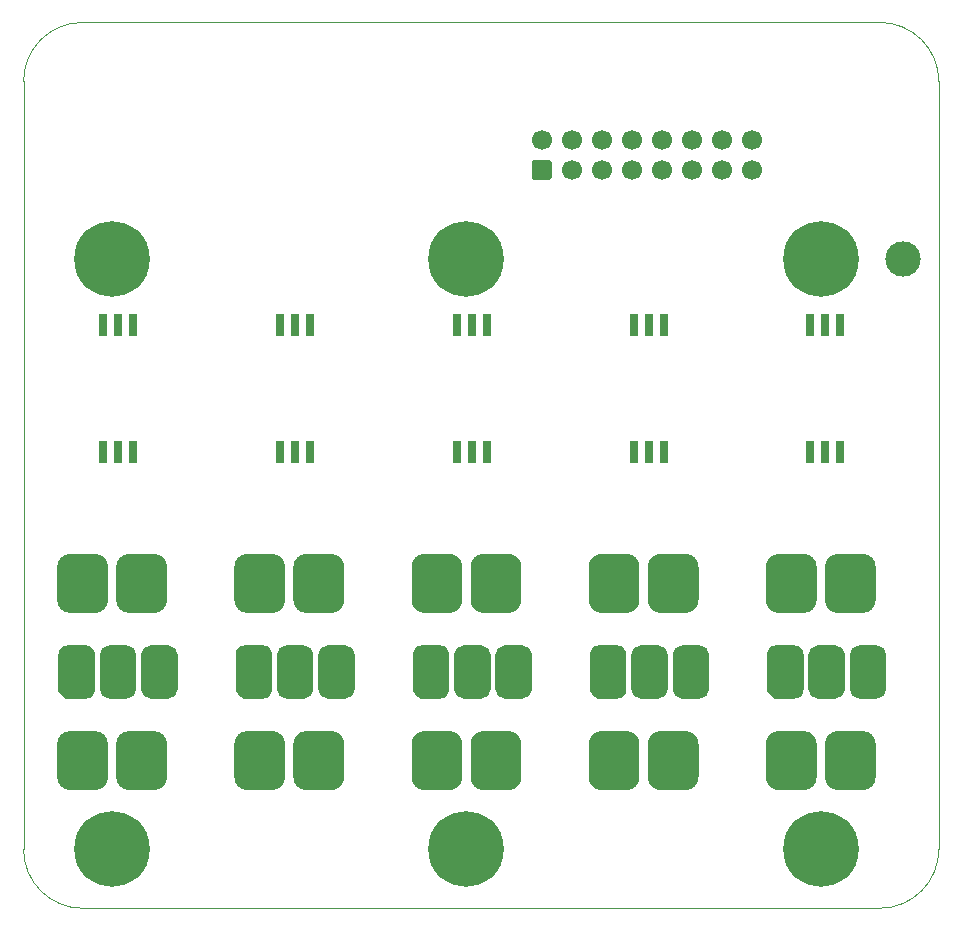
<source format=gbr>
G04 #@! TF.GenerationSoftware,KiCad,Pcbnew,6.0.10+dfsg-1~bpo11+1*
G04 #@! TF.ProjectId,pwr,7077722e-6b69-4636-9164-5f7063625858,rev?*
G04 #@! TF.SameCoordinates,Original*
G04 #@! TF.FileFunction,Soldermask,Bot*
G04 #@! TF.FilePolarity,Negative*
%FSLAX46Y46*%
G04 Gerber Fmt 4.6, Leading zero omitted, Abs format (unit mm)*
%MOMM*%
%LPD*%
G01*
G04 APERTURE LIST*
G04 #@! TA.AperFunction,Profile*
%ADD10C,0.100000*%
G04 #@! TD*
%ADD11C,0.800000*%
%ADD12C,6.400000*%
%ADD13C,0.700000*%
%ADD14C,3.000000*%
%ADD15C,1.700000*%
%ADD16R,0.640000X1.900000*%
G04 APERTURE END LIST*
D10*
X184000000Y-130000000D02*
G75*
G03*
X189000000Y-125000000I0J5000000D01*
G01*
X111500000Y-125000000D02*
G75*
G03*
X116500000Y-130000000I5000000J0D01*
G01*
X116500000Y-55000000D02*
X184000000Y-55000000D01*
X111500000Y-125000000D02*
X111500000Y-60000000D01*
X189000000Y-60000000D02*
G75*
G03*
X184000000Y-55000000I-5000000J0D01*
G01*
X184000000Y-130000000D02*
X116500000Y-130000000D01*
X116500000Y-55000000D02*
G75*
G03*
X111500000Y-60000000I0J-5000000D01*
G01*
X189000000Y-60000000D02*
X189000000Y-125000000D01*
D11*
X179000000Y-122600000D03*
X180697056Y-123302944D03*
X177302944Y-123302944D03*
X179000000Y-127400000D03*
D12*
X179000000Y-125000000D03*
D11*
X176600000Y-125000000D03*
X180697056Y-126697056D03*
X181400000Y-125000000D03*
X177302944Y-126697056D03*
D13*
X132000000Y-111750000D03*
G36*
X132550000Y-111475000D02*
G01*
X132533898Y-111632160D01*
X132477389Y-111802529D01*
X132383202Y-111955329D01*
X132256390Y-112082362D01*
X132103755Y-112176816D01*
X131933484Y-112233622D01*
X131775000Y-112250000D01*
X130070000Y-112250000D01*
X129450000Y-111630000D01*
X129450000Y-108525000D01*
X129466102Y-108367840D01*
X129522611Y-108197471D01*
X129616798Y-108044671D01*
X129743610Y-107917638D01*
X129896245Y-107823184D01*
X130066516Y-107766378D01*
X130225000Y-107750000D01*
X131775000Y-107750000D01*
X131932160Y-107766102D01*
X132102529Y-107822611D01*
X132255329Y-107916798D01*
X132382362Y-108043610D01*
X132476816Y-108196245D01*
X132533622Y-108366516D01*
X132550000Y-108525000D01*
X132550000Y-111475000D01*
G37*
X132000000Y-108250000D03*
X130000000Y-108250000D03*
X130000000Y-111750000D03*
X133500000Y-111750000D03*
X135500000Y-111750000D03*
G36*
G01*
X136050000Y-108525000D02*
X136050000Y-111475000D01*
G75*
G02*
X135275000Y-112250000I-775000J0D01*
G01*
X133725000Y-112250000D01*
G75*
G02*
X132950000Y-111475000I0J775000D01*
G01*
X132950000Y-108525000D01*
G75*
G02*
X133725000Y-107750000I775000J0D01*
G01*
X135275000Y-107750000D01*
G75*
G02*
X136050000Y-108525000I0J-775000D01*
G01*
G37*
X133500000Y-108250000D03*
X135500000Y-108250000D03*
X139016000Y-108250000D03*
X136984000Y-108250000D03*
X139000000Y-111750000D03*
X136984000Y-111750000D03*
G36*
G01*
X139550000Y-108525000D02*
X139550000Y-111475000D01*
G75*
G02*
X138775000Y-112250000I-775000J0D01*
G01*
X137225000Y-112250000D01*
G75*
G02*
X136450000Y-111475000I0J775000D01*
G01*
X136450000Y-108525000D01*
G75*
G02*
X137225000Y-107750000I775000J0D01*
G01*
X138775000Y-107750000D01*
G75*
G02*
X139550000Y-108525000I0J-775000D01*
G01*
G37*
X177000000Y-108250000D03*
X177000000Y-111750000D03*
X175000000Y-111750000D03*
X175000000Y-108250000D03*
G36*
X177550000Y-111475000D02*
G01*
X177533898Y-111632160D01*
X177477389Y-111802529D01*
X177383202Y-111955329D01*
X177256390Y-112082362D01*
X177103755Y-112176816D01*
X176933484Y-112233622D01*
X176775000Y-112250000D01*
X175070000Y-112250000D01*
X174450000Y-111630000D01*
X174450000Y-108525000D01*
X174466102Y-108367840D01*
X174522611Y-108197471D01*
X174616798Y-108044671D01*
X174743610Y-107917638D01*
X174896245Y-107823184D01*
X175066516Y-107766378D01*
X175225000Y-107750000D01*
X176775000Y-107750000D01*
X176932160Y-107766102D01*
X177102529Y-107822611D01*
X177255329Y-107916798D01*
X177382362Y-108043610D01*
X177476816Y-108196245D01*
X177533622Y-108366516D01*
X177550000Y-108525000D01*
X177550000Y-111475000D01*
G37*
G36*
G01*
X181050000Y-108525000D02*
X181050000Y-111475000D01*
G75*
G02*
X180275000Y-112250000I-775000J0D01*
G01*
X178725000Y-112250000D01*
G75*
G02*
X177950000Y-111475000I0J775000D01*
G01*
X177950000Y-108525000D01*
G75*
G02*
X178725000Y-107750000I775000J0D01*
G01*
X180275000Y-107750000D01*
G75*
G02*
X181050000Y-108525000I0J-775000D01*
G01*
G37*
X178500000Y-111750000D03*
X180500000Y-111750000D03*
X180500000Y-108250000D03*
X178500000Y-108250000D03*
G36*
G01*
X184550000Y-108525000D02*
X184550000Y-111475000D01*
G75*
G02*
X183775000Y-112250000I-775000J0D01*
G01*
X182225000Y-112250000D01*
G75*
G02*
X181450000Y-111475000I0J775000D01*
G01*
X181450000Y-108525000D01*
G75*
G02*
X182225000Y-107750000I775000J0D01*
G01*
X183775000Y-107750000D01*
G75*
G02*
X184550000Y-108525000I0J-775000D01*
G01*
G37*
X181984000Y-111750000D03*
X184000000Y-111750000D03*
X181984000Y-108250000D03*
X184016000Y-108250000D03*
G36*
X117550000Y-111475000D02*
G01*
X117533898Y-111632160D01*
X117477389Y-111802529D01*
X117383202Y-111955329D01*
X117256390Y-112082362D01*
X117103755Y-112176816D01*
X116933484Y-112233622D01*
X116775000Y-112250000D01*
X115070000Y-112250000D01*
X114450000Y-111630000D01*
X114450000Y-108525000D01*
X114466102Y-108367840D01*
X114522611Y-108197471D01*
X114616798Y-108044671D01*
X114743610Y-107917638D01*
X114896245Y-107823184D01*
X115066516Y-107766378D01*
X115225000Y-107750000D01*
X116775000Y-107750000D01*
X116932160Y-107766102D01*
X117102529Y-107822611D01*
X117255329Y-107916798D01*
X117382362Y-108043610D01*
X117476816Y-108196245D01*
X117533622Y-108366516D01*
X117550000Y-108525000D01*
X117550000Y-111475000D01*
G37*
X117000000Y-108250000D03*
X117000000Y-111750000D03*
X115000000Y-108250000D03*
X115000000Y-111750000D03*
G36*
G01*
X121050000Y-108525000D02*
X121050000Y-111475000D01*
G75*
G02*
X120275000Y-112250000I-775000J0D01*
G01*
X118725000Y-112250000D01*
G75*
G02*
X117950000Y-111475000I0J775000D01*
G01*
X117950000Y-108525000D01*
G75*
G02*
X118725000Y-107750000I775000J0D01*
G01*
X120275000Y-107750000D01*
G75*
G02*
X121050000Y-108525000I0J-775000D01*
G01*
G37*
X118500000Y-108250000D03*
X120500000Y-111750000D03*
X118500000Y-111750000D03*
X120500000Y-108250000D03*
G36*
G01*
X124550000Y-108525000D02*
X124550000Y-111475000D01*
G75*
G02*
X123775000Y-112250000I-775000J0D01*
G01*
X122225000Y-112250000D01*
G75*
G02*
X121450000Y-111475000I0J775000D01*
G01*
X121450000Y-108525000D01*
G75*
G02*
X122225000Y-107750000I775000J0D01*
G01*
X123775000Y-107750000D01*
G75*
G02*
X124550000Y-108525000I0J-775000D01*
G01*
G37*
X124000000Y-111750000D03*
X124016000Y-108250000D03*
X121984000Y-111750000D03*
X121984000Y-108250000D03*
D11*
X119000000Y-77400000D03*
X121400000Y-75000000D03*
X120697056Y-76697056D03*
X116600000Y-75000000D03*
X119000000Y-72600000D03*
X120697056Y-73302944D03*
D12*
X119000000Y-75000000D03*
D11*
X117302944Y-73302944D03*
X117302944Y-76697056D03*
D13*
X145000000Y-111750000D03*
X147000000Y-108250000D03*
G36*
X147550000Y-111475000D02*
G01*
X147533898Y-111632160D01*
X147477389Y-111802529D01*
X147383202Y-111955329D01*
X147256390Y-112082362D01*
X147103755Y-112176816D01*
X146933484Y-112233622D01*
X146775000Y-112250000D01*
X145070000Y-112250000D01*
X144450000Y-111630000D01*
X144450000Y-108525000D01*
X144466102Y-108367840D01*
X144522611Y-108197471D01*
X144616798Y-108044671D01*
X144743610Y-107917638D01*
X144896245Y-107823184D01*
X145066516Y-107766378D01*
X145225000Y-107750000D01*
X146775000Y-107750000D01*
X146932160Y-107766102D01*
X147102529Y-107822611D01*
X147255329Y-107916798D01*
X147382362Y-108043610D01*
X147476816Y-108196245D01*
X147533622Y-108366516D01*
X147550000Y-108525000D01*
X147550000Y-111475000D01*
G37*
X147000000Y-111750000D03*
X145000000Y-108250000D03*
X148500000Y-108250000D03*
X148500000Y-111750000D03*
X150500000Y-108250000D03*
G36*
G01*
X151050000Y-108525000D02*
X151050000Y-111475000D01*
G75*
G02*
X150275000Y-112250000I-775000J0D01*
G01*
X148725000Y-112250000D01*
G75*
G02*
X147950000Y-111475000I0J775000D01*
G01*
X147950000Y-108525000D01*
G75*
G02*
X148725000Y-107750000I775000J0D01*
G01*
X150275000Y-107750000D01*
G75*
G02*
X151050000Y-108525000I0J-775000D01*
G01*
G37*
X150500000Y-111750000D03*
X154000000Y-111750000D03*
X154016000Y-108250000D03*
X151984000Y-111750000D03*
G36*
G01*
X154550000Y-108525000D02*
X154550000Y-111475000D01*
G75*
G02*
X153775000Y-112250000I-775000J0D01*
G01*
X152225000Y-112250000D01*
G75*
G02*
X151450000Y-111475000I0J775000D01*
G01*
X151450000Y-108525000D01*
G75*
G02*
X152225000Y-107750000I775000J0D01*
G01*
X153775000Y-107750000D01*
G75*
G02*
X154550000Y-108525000I0J-775000D01*
G01*
G37*
X151984000Y-108250000D03*
D14*
X186000000Y-75000000D03*
D11*
X120697056Y-123302944D03*
D12*
X119000000Y-125000000D03*
D11*
X117302944Y-126697056D03*
X119000000Y-127400000D03*
X121400000Y-125000000D03*
X116600000Y-125000000D03*
X119000000Y-122600000D03*
X120697056Y-126697056D03*
X117302944Y-123302944D03*
X181400000Y-75000000D03*
X180697056Y-73302944D03*
D12*
X179000000Y-75000000D03*
D11*
X180697056Y-76697056D03*
X179000000Y-72600000D03*
X176600000Y-75000000D03*
X177302944Y-76697056D03*
X177302944Y-73302944D03*
X179000000Y-77400000D03*
G36*
G01*
X155980000Y-68350000D02*
X154780000Y-68350000D01*
G75*
G02*
X154530000Y-68100000I0J250000D01*
G01*
X154530000Y-66900000D01*
G75*
G02*
X154780000Y-66650000I250000J0D01*
G01*
X155980000Y-66650000D01*
G75*
G02*
X156230000Y-66900000I0J-250000D01*
G01*
X156230000Y-68100000D01*
G75*
G02*
X155980000Y-68350000I-250000J0D01*
G01*
G37*
D15*
X155380000Y-64960000D03*
X157920000Y-67500000D03*
X157920000Y-64960000D03*
X160460000Y-67500000D03*
X160460000Y-64960000D03*
X163000000Y-67500000D03*
X163000000Y-64960000D03*
X165540000Y-67500000D03*
X165540000Y-64960000D03*
X168080000Y-67500000D03*
X168080000Y-64960000D03*
X170620000Y-67500000D03*
X170620000Y-64960000D03*
X173160000Y-67500000D03*
X173160000Y-64960000D03*
D11*
X146600000Y-125000000D03*
D12*
X149000000Y-125000000D03*
D11*
X149000000Y-122600000D03*
X150697056Y-126697056D03*
X150697056Y-123302944D03*
X147302944Y-123302944D03*
X151400000Y-125000000D03*
X147302944Y-126697056D03*
X149000000Y-127400000D03*
X146600000Y-75000000D03*
X151400000Y-75000000D03*
X147302944Y-76697056D03*
D12*
X149000000Y-75000000D03*
D11*
X150697056Y-73302944D03*
X147302944Y-73302944D03*
X149000000Y-77400000D03*
X149000000Y-72600000D03*
X150697056Y-76697056D03*
D13*
X160000000Y-108250000D03*
G36*
X162550000Y-111475000D02*
G01*
X162533898Y-111632160D01*
X162477389Y-111802529D01*
X162383202Y-111955329D01*
X162256390Y-112082362D01*
X162103755Y-112176816D01*
X161933484Y-112233622D01*
X161775000Y-112250000D01*
X160070000Y-112250000D01*
X159450000Y-111630000D01*
X159450000Y-108525000D01*
X159466102Y-108367840D01*
X159522611Y-108197471D01*
X159616798Y-108044671D01*
X159743610Y-107917638D01*
X159896245Y-107823184D01*
X160066516Y-107766378D01*
X160225000Y-107750000D01*
X161775000Y-107750000D01*
X161932160Y-107766102D01*
X162102529Y-107822611D01*
X162255329Y-107916798D01*
X162382362Y-108043610D01*
X162476816Y-108196245D01*
X162533622Y-108366516D01*
X162550000Y-108525000D01*
X162550000Y-111475000D01*
G37*
X160000000Y-111750000D03*
X162000000Y-108250000D03*
X162000000Y-111750000D03*
X165500000Y-108250000D03*
X163500000Y-108250000D03*
G36*
G01*
X166050000Y-108525000D02*
X166050000Y-111475000D01*
G75*
G02*
X165275000Y-112250000I-775000J0D01*
G01*
X163725000Y-112250000D01*
G75*
G02*
X162950000Y-111475000I0J775000D01*
G01*
X162950000Y-108525000D01*
G75*
G02*
X163725000Y-107750000I775000J0D01*
G01*
X165275000Y-107750000D01*
G75*
G02*
X166050000Y-108525000I0J-775000D01*
G01*
G37*
X163500000Y-111750000D03*
X165500000Y-111750000D03*
X169000000Y-111750000D03*
G36*
G01*
X169550000Y-108525000D02*
X169550000Y-111475000D01*
G75*
G02*
X168775000Y-112250000I-775000J0D01*
G01*
X167225000Y-112250000D01*
G75*
G02*
X166450000Y-111475000I0J775000D01*
G01*
X166450000Y-108525000D01*
G75*
G02*
X167225000Y-107750000I775000J0D01*
G01*
X168775000Y-107750000D01*
G75*
G02*
X169550000Y-108525000I0J-775000D01*
G01*
G37*
X166984000Y-111750000D03*
X169016000Y-108250000D03*
X166984000Y-108250000D03*
X137516000Y-104278000D03*
X138278000Y-103516000D03*
X135484000Y-104278000D03*
X134722000Y-101484000D03*
X137516000Y-100722000D03*
X135484000Y-100722000D03*
X138278000Y-101484000D03*
X134722000Y-103516000D03*
X136500000Y-100468000D03*
G36*
G01*
X138650000Y-101075000D02*
X138650000Y-103925000D01*
G75*
G02*
X137575000Y-105000000I-1075000J0D01*
G01*
X135425000Y-105000000D01*
G75*
G02*
X134350000Y-103925000I0J1075000D01*
G01*
X134350000Y-101075000D01*
G75*
G02*
X135425000Y-100000000I1075000J0D01*
G01*
X137575000Y-100000000D01*
G75*
G02*
X138650000Y-101075000I0J-1075000D01*
G01*
G37*
X136500000Y-104532000D03*
X131500000Y-100468000D03*
X131500000Y-104532000D03*
G36*
G01*
X133650000Y-101075000D02*
X133650000Y-103925000D01*
G75*
G02*
X132575000Y-105000000I-1075000J0D01*
G01*
X130425000Y-105000000D01*
G75*
G02*
X129350000Y-103925000I0J1075000D01*
G01*
X129350000Y-101075000D01*
G75*
G02*
X130425000Y-100000000I1075000J0D01*
G01*
X132575000Y-100000000D01*
G75*
G02*
X133650000Y-101075000I0J-1075000D01*
G01*
G37*
X133278000Y-101484000D03*
X130484000Y-100722000D03*
X133278000Y-103516000D03*
X130484000Y-104278000D03*
X129722000Y-101484000D03*
X132516000Y-100722000D03*
X129722000Y-103516000D03*
X132516000Y-104278000D03*
X180484000Y-119278000D03*
X183278000Y-118516000D03*
X182516000Y-119278000D03*
X183278000Y-116484000D03*
X180484000Y-115722000D03*
X181500000Y-119532000D03*
X179722000Y-116484000D03*
X182516000Y-115722000D03*
X179722000Y-118516000D03*
G36*
G01*
X183650000Y-116075000D02*
X183650000Y-118925000D01*
G75*
G02*
X182575000Y-120000000I-1075000J0D01*
G01*
X180425000Y-120000000D01*
G75*
G02*
X179350000Y-118925000I0J1075000D01*
G01*
X179350000Y-116075000D01*
G75*
G02*
X180425000Y-115000000I1075000J0D01*
G01*
X182575000Y-115000000D01*
G75*
G02*
X183650000Y-116075000I0J-1075000D01*
G01*
G37*
X181500000Y-115468000D03*
X178278000Y-118516000D03*
X177516000Y-119278000D03*
X176500000Y-115468000D03*
X175484000Y-115722000D03*
X176500000Y-119532000D03*
X174722000Y-116484000D03*
X174722000Y-118516000D03*
X175484000Y-119278000D03*
X177516000Y-115722000D03*
G36*
G01*
X178650000Y-116075000D02*
X178650000Y-118925000D01*
G75*
G02*
X177575000Y-120000000I-1075000J0D01*
G01*
X175425000Y-120000000D01*
G75*
G02*
X174350000Y-118925000I0J1075000D01*
G01*
X174350000Y-116075000D01*
G75*
G02*
X175425000Y-115000000I1075000J0D01*
G01*
X177575000Y-115000000D01*
G75*
G02*
X178650000Y-116075000I0J-1075000D01*
G01*
G37*
X178278000Y-116484000D03*
X164722000Y-103516000D03*
X164722000Y-101484000D03*
X168278000Y-101484000D03*
X166500000Y-104532000D03*
X168278000Y-103516000D03*
X167516000Y-104278000D03*
X165484000Y-100722000D03*
G36*
G01*
X168650000Y-101075000D02*
X168650000Y-103925000D01*
G75*
G02*
X167575000Y-105000000I-1075000J0D01*
G01*
X165425000Y-105000000D01*
G75*
G02*
X164350000Y-103925000I0J1075000D01*
G01*
X164350000Y-101075000D01*
G75*
G02*
X165425000Y-100000000I1075000J0D01*
G01*
X167575000Y-100000000D01*
G75*
G02*
X168650000Y-101075000I0J-1075000D01*
G01*
G37*
X167516000Y-100722000D03*
X166500000Y-100468000D03*
X165484000Y-104278000D03*
X162516000Y-100722000D03*
X159722000Y-101484000D03*
X159722000Y-103516000D03*
X163278000Y-103516000D03*
G36*
G01*
X163650000Y-101075000D02*
X163650000Y-103925000D01*
G75*
G02*
X162575000Y-105000000I-1075000J0D01*
G01*
X160425000Y-105000000D01*
G75*
G02*
X159350000Y-103925000I0J1075000D01*
G01*
X159350000Y-101075000D01*
G75*
G02*
X160425000Y-100000000I1075000J0D01*
G01*
X162575000Y-100000000D01*
G75*
G02*
X163650000Y-101075000I0J-1075000D01*
G01*
G37*
X160484000Y-104278000D03*
X161500000Y-104532000D03*
X163278000Y-101484000D03*
X161500000Y-100468000D03*
X162516000Y-104278000D03*
X160484000Y-100722000D03*
D16*
X148230000Y-80630000D03*
X149500000Y-80630000D03*
X150770000Y-80630000D03*
X150770000Y-91370000D03*
X149500000Y-91370000D03*
X148230000Y-91370000D03*
D13*
X179722000Y-101484000D03*
X180484000Y-104278000D03*
X181500000Y-100468000D03*
X180484000Y-100722000D03*
X182516000Y-104278000D03*
X181500000Y-104532000D03*
X182516000Y-100722000D03*
X183278000Y-103516000D03*
X179722000Y-103516000D03*
G36*
G01*
X183650000Y-101075000D02*
X183650000Y-103925000D01*
G75*
G02*
X182575000Y-105000000I-1075000J0D01*
G01*
X180425000Y-105000000D01*
G75*
G02*
X179350000Y-103925000I0J1075000D01*
G01*
X179350000Y-101075000D01*
G75*
G02*
X180425000Y-100000000I1075000J0D01*
G01*
X182575000Y-100000000D01*
G75*
G02*
X183650000Y-101075000I0J-1075000D01*
G01*
G37*
X183278000Y-101484000D03*
X174722000Y-103516000D03*
X174722000Y-101484000D03*
X177516000Y-100722000D03*
X175484000Y-100722000D03*
X176500000Y-100468000D03*
X178278000Y-101484000D03*
X177516000Y-104278000D03*
G36*
G01*
X178650000Y-101075000D02*
X178650000Y-103925000D01*
G75*
G02*
X177575000Y-105000000I-1075000J0D01*
G01*
X175425000Y-105000000D01*
G75*
G02*
X174350000Y-103925000I0J1075000D01*
G01*
X174350000Y-101075000D01*
G75*
G02*
X175425000Y-100000000I1075000J0D01*
G01*
X177575000Y-100000000D01*
G75*
G02*
X178650000Y-101075000I0J-1075000D01*
G01*
G37*
X175484000Y-104278000D03*
X178278000Y-103516000D03*
X176500000Y-104532000D03*
X134722000Y-116484000D03*
X136500000Y-119532000D03*
X135484000Y-115722000D03*
X137516000Y-115722000D03*
G36*
G01*
X138650000Y-116075000D02*
X138650000Y-118925000D01*
G75*
G02*
X137575000Y-120000000I-1075000J0D01*
G01*
X135425000Y-120000000D01*
G75*
G02*
X134350000Y-118925000I0J1075000D01*
G01*
X134350000Y-116075000D01*
G75*
G02*
X135425000Y-115000000I1075000J0D01*
G01*
X137575000Y-115000000D01*
G75*
G02*
X138650000Y-116075000I0J-1075000D01*
G01*
G37*
X138278000Y-118516000D03*
X138278000Y-116484000D03*
X135484000Y-119278000D03*
X136500000Y-115468000D03*
X137516000Y-119278000D03*
X134722000Y-118516000D03*
X129722000Y-116484000D03*
X133278000Y-116484000D03*
X132516000Y-119278000D03*
X133278000Y-118516000D03*
X130484000Y-115722000D03*
X130484000Y-119278000D03*
X129722000Y-118516000D03*
G36*
G01*
X133650000Y-116075000D02*
X133650000Y-118925000D01*
G75*
G02*
X132575000Y-120000000I-1075000J0D01*
G01*
X130425000Y-120000000D01*
G75*
G02*
X129350000Y-118925000I0J1075000D01*
G01*
X129350000Y-116075000D01*
G75*
G02*
X130425000Y-115000000I1075000J0D01*
G01*
X132575000Y-115000000D01*
G75*
G02*
X133650000Y-116075000I0J-1075000D01*
G01*
G37*
X131500000Y-119532000D03*
X132516000Y-115722000D03*
X131500000Y-115468000D03*
G36*
G01*
X123650000Y-116075000D02*
X123650000Y-118925000D01*
G75*
G02*
X122575000Y-120000000I-1075000J0D01*
G01*
X120425000Y-120000000D01*
G75*
G02*
X119350000Y-118925000I0J1075000D01*
G01*
X119350000Y-116075000D01*
G75*
G02*
X120425000Y-115000000I1075000J0D01*
G01*
X122575000Y-115000000D01*
G75*
G02*
X123650000Y-116075000I0J-1075000D01*
G01*
G37*
X121500000Y-119532000D03*
X123278000Y-116484000D03*
X122516000Y-119278000D03*
X122516000Y-115722000D03*
X123278000Y-118516000D03*
X119722000Y-116484000D03*
X120484000Y-115722000D03*
X119722000Y-118516000D03*
X120484000Y-119278000D03*
X121500000Y-115468000D03*
X117516000Y-119278000D03*
X116500000Y-119532000D03*
X114722000Y-118516000D03*
G36*
G01*
X118650000Y-116075000D02*
X118650000Y-118925000D01*
G75*
G02*
X117575000Y-120000000I-1075000J0D01*
G01*
X115425000Y-120000000D01*
G75*
G02*
X114350000Y-118925000I0J1075000D01*
G01*
X114350000Y-116075000D01*
G75*
G02*
X115425000Y-115000000I1075000J0D01*
G01*
X117575000Y-115000000D01*
G75*
G02*
X118650000Y-116075000I0J-1075000D01*
G01*
G37*
X118278000Y-118516000D03*
X114722000Y-116484000D03*
X115484000Y-119278000D03*
X118278000Y-116484000D03*
X116500000Y-115468000D03*
X117516000Y-115722000D03*
X115484000Y-115722000D03*
D16*
X163230000Y-80630000D03*
X164500000Y-80630000D03*
X165770000Y-80630000D03*
X165770000Y-91370000D03*
X164500000Y-91370000D03*
X163230000Y-91370000D03*
X118230000Y-80630000D03*
X119500000Y-80630000D03*
X120770000Y-80630000D03*
X120770000Y-91370000D03*
X119500000Y-91370000D03*
X118230000Y-91370000D03*
D13*
X121500000Y-100468000D03*
X121500000Y-104532000D03*
X123278000Y-103516000D03*
X120484000Y-100722000D03*
X122516000Y-100722000D03*
X120484000Y-104278000D03*
X122516000Y-104278000D03*
X123278000Y-101484000D03*
G36*
G01*
X123650000Y-101075000D02*
X123650000Y-103925000D01*
G75*
G02*
X122575000Y-105000000I-1075000J0D01*
G01*
X120425000Y-105000000D01*
G75*
G02*
X119350000Y-103925000I0J1075000D01*
G01*
X119350000Y-101075000D01*
G75*
G02*
X120425000Y-100000000I1075000J0D01*
G01*
X122575000Y-100000000D01*
G75*
G02*
X123650000Y-101075000I0J-1075000D01*
G01*
G37*
X119722000Y-101484000D03*
X119722000Y-103516000D03*
X118278000Y-103516000D03*
X117516000Y-104278000D03*
X114722000Y-103516000D03*
X116500000Y-100468000D03*
X116500000Y-104532000D03*
X114722000Y-101484000D03*
X115484000Y-100722000D03*
X118278000Y-101484000D03*
G36*
G01*
X118650000Y-101075000D02*
X118650000Y-103925000D01*
G75*
G02*
X117575000Y-105000000I-1075000J0D01*
G01*
X115425000Y-105000000D01*
G75*
G02*
X114350000Y-103925000I0J1075000D01*
G01*
X114350000Y-101075000D01*
G75*
G02*
X115425000Y-100000000I1075000J0D01*
G01*
X117575000Y-100000000D01*
G75*
G02*
X118650000Y-101075000I0J-1075000D01*
G01*
G37*
X117516000Y-100722000D03*
X115484000Y-104278000D03*
X153278000Y-118516000D03*
G36*
G01*
X153650000Y-116075000D02*
X153650000Y-118925000D01*
G75*
G02*
X152575000Y-120000000I-1075000J0D01*
G01*
X150425000Y-120000000D01*
G75*
G02*
X149350000Y-118925000I0J1075000D01*
G01*
X149350000Y-116075000D01*
G75*
G02*
X150425000Y-115000000I1075000J0D01*
G01*
X152575000Y-115000000D01*
G75*
G02*
X153650000Y-116075000I0J-1075000D01*
G01*
G37*
X152516000Y-115722000D03*
X151500000Y-115468000D03*
X153278000Y-116484000D03*
X149722000Y-118516000D03*
X149722000Y-116484000D03*
X151500000Y-119532000D03*
X152516000Y-119278000D03*
X150484000Y-119278000D03*
X150484000Y-115722000D03*
X146500000Y-115468000D03*
X144722000Y-116484000D03*
X145484000Y-119278000D03*
X147516000Y-115722000D03*
X147516000Y-119278000D03*
X146500000Y-119532000D03*
X148278000Y-116484000D03*
X148278000Y-118516000D03*
X145484000Y-115722000D03*
X144722000Y-118516000D03*
G36*
G01*
X148650000Y-116075000D02*
X148650000Y-118925000D01*
G75*
G02*
X147575000Y-120000000I-1075000J0D01*
G01*
X145425000Y-120000000D01*
G75*
G02*
X144350000Y-118925000I0J1075000D01*
G01*
X144350000Y-116075000D01*
G75*
G02*
X145425000Y-115000000I1075000J0D01*
G01*
X147575000Y-115000000D01*
G75*
G02*
X148650000Y-116075000I0J-1075000D01*
G01*
G37*
X168278000Y-116484000D03*
X166500000Y-119532000D03*
X165484000Y-119278000D03*
X168278000Y-118516000D03*
X164722000Y-116484000D03*
X167516000Y-119278000D03*
G36*
G01*
X168650000Y-116075000D02*
X168650000Y-118925000D01*
G75*
G02*
X167575000Y-120000000I-1075000J0D01*
G01*
X165425000Y-120000000D01*
G75*
G02*
X164350000Y-118925000I0J1075000D01*
G01*
X164350000Y-116075000D01*
G75*
G02*
X165425000Y-115000000I1075000J0D01*
G01*
X167575000Y-115000000D01*
G75*
G02*
X168650000Y-116075000I0J-1075000D01*
G01*
G37*
X167516000Y-115722000D03*
X166500000Y-115468000D03*
X165484000Y-115722000D03*
X164722000Y-118516000D03*
X163278000Y-116484000D03*
X161500000Y-115468000D03*
G36*
G01*
X163650000Y-116075000D02*
X163650000Y-118925000D01*
G75*
G02*
X162575000Y-120000000I-1075000J0D01*
G01*
X160425000Y-120000000D01*
G75*
G02*
X159350000Y-118925000I0J1075000D01*
G01*
X159350000Y-116075000D01*
G75*
G02*
X160425000Y-115000000I1075000J0D01*
G01*
X162575000Y-115000000D01*
G75*
G02*
X163650000Y-116075000I0J-1075000D01*
G01*
G37*
X159722000Y-118516000D03*
X162516000Y-115722000D03*
X160484000Y-115722000D03*
X162516000Y-119278000D03*
X163278000Y-118516000D03*
X161500000Y-119532000D03*
X159722000Y-116484000D03*
X160484000Y-119278000D03*
D16*
X133230000Y-80630000D03*
X134500000Y-80630000D03*
X135770000Y-80630000D03*
X135770000Y-91370000D03*
X134500000Y-91370000D03*
X133230000Y-91370000D03*
D13*
X153278000Y-103516000D03*
X150484000Y-104278000D03*
X149722000Y-101484000D03*
X151500000Y-104532000D03*
X150484000Y-100722000D03*
X153278000Y-101484000D03*
X149722000Y-103516000D03*
X152516000Y-104278000D03*
X152516000Y-100722000D03*
G36*
G01*
X153650000Y-101075000D02*
X153650000Y-103925000D01*
G75*
G02*
X152575000Y-105000000I-1075000J0D01*
G01*
X150425000Y-105000000D01*
G75*
G02*
X149350000Y-103925000I0J1075000D01*
G01*
X149350000Y-101075000D01*
G75*
G02*
X150425000Y-100000000I1075000J0D01*
G01*
X152575000Y-100000000D01*
G75*
G02*
X153650000Y-101075000I0J-1075000D01*
G01*
G37*
X151500000Y-100468000D03*
X146500000Y-104532000D03*
X145484000Y-104278000D03*
X144722000Y-101484000D03*
X147516000Y-104278000D03*
X147516000Y-100722000D03*
X144722000Y-103516000D03*
X148278000Y-101484000D03*
X146500000Y-100468000D03*
X148278000Y-103516000D03*
X145484000Y-100722000D03*
G36*
G01*
X148650000Y-101075000D02*
X148650000Y-103925000D01*
G75*
G02*
X147575000Y-105000000I-1075000J0D01*
G01*
X145425000Y-105000000D01*
G75*
G02*
X144350000Y-103925000I0J1075000D01*
G01*
X144350000Y-101075000D01*
G75*
G02*
X145425000Y-100000000I1075000J0D01*
G01*
X147575000Y-100000000D01*
G75*
G02*
X148650000Y-101075000I0J-1075000D01*
G01*
G37*
D16*
X178130000Y-80630000D03*
X179400000Y-80630000D03*
X180670000Y-80630000D03*
X180670000Y-91370000D03*
X179400000Y-91370000D03*
X178130000Y-91370000D03*
M02*

</source>
